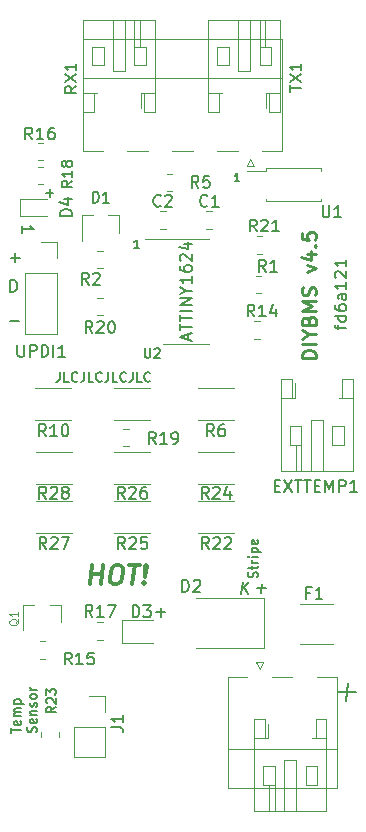
<source format=gto>
G04 #@! TF.GenerationSoftware,KiCad,Pcbnew,5.1.9+dfsg1-1+deb11u1*
G04 #@! TF.CreationDate,2023-04-19T10:21:25+00:00*
G04 #@! TF.ProjectId,ModuleV450,4d6f6475-6c65-4563-9435-302e6b696361,rev?*
G04 #@! TF.SameCoordinates,Original*
G04 #@! TF.FileFunction,Legend,Top*
G04 #@! TF.FilePolarity,Positive*
%FSLAX46Y46*%
G04 Gerber Fmt 4.6, Leading zero omitted, Abs format (unit mm)*
G04 Created by KiCad (PCBNEW 5.1.9+dfsg1-1+deb11u1) date 2023-04-19 10:21:25*
%MOMM*%
%LPD*%
G01*
G04 APERTURE LIST*
%ADD10C,0.200000*%
%ADD11C,0.150000*%
%ADD12C,0.175000*%
%ADD13C,0.300000*%
%ADD14C,0.250000*%
%ADD15C,0.120000*%
%ADD16C,0.100000*%
G04 APERTURE END LIST*
D10*
X130159088Y-101430457D02*
X131682897Y-101430457D01*
X130825754Y-102192361D02*
X131016230Y-100668552D01*
X102425695Y-67539980D02*
X102425695Y-66539980D01*
X102663790Y-66539980D01*
X102806647Y-66587600D01*
X102901885Y-66682838D01*
X102949504Y-66778076D01*
X102997123Y-66968552D01*
X102997123Y-67111409D01*
X102949504Y-67301885D01*
X102901885Y-67397123D01*
X102806647Y-67492361D01*
X102663790Y-67539980D01*
X102425695Y-67539980D01*
X102425694Y-70059028D02*
X103187599Y-70059028D01*
X102846171Y-64306647D02*
X102846171Y-65068552D01*
X102465219Y-64687600D02*
X103227123Y-64687600D01*
X123280219Y-92659028D02*
X124042123Y-92659028D01*
X123613552Y-93039980D02*
X123708790Y-92278076D01*
D11*
X123341409Y-91737719D02*
X123379504Y-91623433D01*
X123379504Y-91432957D01*
X123341409Y-91356766D01*
X123303314Y-91318671D01*
X123227123Y-91280576D01*
X123150933Y-91280576D01*
X123074742Y-91318671D01*
X123036647Y-91356766D01*
X122998552Y-91432957D01*
X122960457Y-91585338D01*
X122922361Y-91661528D01*
X122884266Y-91699623D01*
X122808076Y-91737719D01*
X122731885Y-91737719D01*
X122655695Y-91699623D01*
X122617600Y-91661528D01*
X122579504Y-91585338D01*
X122579504Y-91394861D01*
X122617600Y-91280576D01*
X122846171Y-91052004D02*
X122846171Y-90747242D01*
X122579504Y-90937719D02*
X123265219Y-90937719D01*
X123341409Y-90899623D01*
X123379504Y-90823433D01*
X123379504Y-90747242D01*
X123379504Y-90480576D02*
X122846171Y-90480576D01*
X122998552Y-90480576D02*
X122922361Y-90442480D01*
X122884266Y-90404385D01*
X122846171Y-90328195D01*
X122846171Y-90252004D01*
X123379504Y-89985338D02*
X122846171Y-89985338D01*
X122579504Y-89985338D02*
X122617600Y-90023433D01*
X122655695Y-89985338D01*
X122617600Y-89947242D01*
X122579504Y-89985338D01*
X122655695Y-89985338D01*
X122846171Y-89604385D02*
X123646171Y-89604385D01*
X122884266Y-89604385D02*
X122846171Y-89528195D01*
X122846171Y-89375814D01*
X122884266Y-89299623D01*
X122922361Y-89261528D01*
X122998552Y-89223433D01*
X123227123Y-89223433D01*
X123303314Y-89261528D01*
X123341409Y-89299623D01*
X123379504Y-89375814D01*
X123379504Y-89528195D01*
X123341409Y-89604385D01*
X123341409Y-88575814D02*
X123379504Y-88652004D01*
X123379504Y-88804385D01*
X123341409Y-88880576D01*
X123265219Y-88918671D01*
X122960457Y-88918671D01*
X122884266Y-88880576D01*
X122846171Y-88804385D01*
X122846171Y-88652004D01*
X122884266Y-88575814D01*
X122960457Y-88537719D01*
X123036647Y-88537719D01*
X123112838Y-88918671D01*
X130203314Y-70737600D02*
X130203314Y-70356647D01*
X130869980Y-70594742D02*
X130012838Y-70594742D01*
X129917600Y-70547123D01*
X129869980Y-70451885D01*
X129869980Y-70356647D01*
X130869980Y-69594742D02*
X129869980Y-69594742D01*
X130822361Y-69594742D02*
X130869980Y-69689980D01*
X130869980Y-69880457D01*
X130822361Y-69975695D01*
X130774742Y-70023314D01*
X130679504Y-70070933D01*
X130393790Y-70070933D01*
X130298552Y-70023314D01*
X130250933Y-69975695D01*
X130203314Y-69880457D01*
X130203314Y-69689980D01*
X130250933Y-69594742D01*
X129869980Y-68689980D02*
X129869980Y-68880457D01*
X129917600Y-68975695D01*
X129965219Y-69023314D01*
X130108076Y-69118552D01*
X130298552Y-69166171D01*
X130679504Y-69166171D01*
X130774742Y-69118552D01*
X130822361Y-69070933D01*
X130869980Y-68975695D01*
X130869980Y-68785219D01*
X130822361Y-68689980D01*
X130774742Y-68642361D01*
X130679504Y-68594742D01*
X130441409Y-68594742D01*
X130346171Y-68642361D01*
X130298552Y-68689980D01*
X130250933Y-68785219D01*
X130250933Y-68975695D01*
X130298552Y-69070933D01*
X130346171Y-69118552D01*
X130441409Y-69166171D01*
X130869980Y-67737600D02*
X130346171Y-67737600D01*
X130250933Y-67785219D01*
X130203314Y-67880457D01*
X130203314Y-68070933D01*
X130250933Y-68166171D01*
X130822361Y-67737600D02*
X130869980Y-67832838D01*
X130869980Y-68070933D01*
X130822361Y-68166171D01*
X130727123Y-68213790D01*
X130631885Y-68213790D01*
X130536647Y-68166171D01*
X130489028Y-68070933D01*
X130489028Y-67832838D01*
X130441409Y-67737600D01*
X130869980Y-66737600D02*
X130869980Y-67309028D01*
X130869980Y-67023314D02*
X129869980Y-67023314D01*
X130012838Y-67118552D01*
X130108076Y-67213790D01*
X130155695Y-67309028D01*
X129965219Y-66356647D02*
X129917600Y-66309028D01*
X129869980Y-66213790D01*
X129869980Y-65975695D01*
X129917600Y-65880457D01*
X129965219Y-65832838D01*
X130060457Y-65785219D01*
X130155695Y-65785219D01*
X130298552Y-65832838D01*
X130869980Y-66404266D01*
X130869980Y-65785219D01*
X130869980Y-64832838D02*
X130869980Y-65404266D01*
X130869980Y-65118552D02*
X129869980Y-65118552D01*
X130012838Y-65213790D01*
X130108076Y-65309028D01*
X130155695Y-65404266D01*
D10*
X121951647Y-93139980D02*
X122076647Y-92139980D01*
X122523076Y-93139980D02*
X122165933Y-92568552D01*
X122648076Y-92139980D02*
X122005219Y-92711409D01*
D12*
X117484266Y-71582838D02*
X117484266Y-71106647D01*
X117769980Y-71678076D02*
X116769980Y-71344742D01*
X117769980Y-71011409D01*
X116769980Y-70820933D02*
X116769980Y-70249504D01*
X117769980Y-70535219D02*
X116769980Y-70535219D01*
X116769980Y-70059028D02*
X116769980Y-69487600D01*
X117769980Y-69773314D02*
X116769980Y-69773314D01*
X117769980Y-69154266D02*
X116769980Y-69154266D01*
X117769980Y-68678076D02*
X116769980Y-68678076D01*
X117769980Y-68106647D01*
X116769980Y-68106647D01*
X117293790Y-67439980D02*
X117769980Y-67439980D01*
X116769980Y-67773314D02*
X117293790Y-67439980D01*
X116769980Y-67106647D01*
X117769980Y-66249504D02*
X117769980Y-66820933D01*
X117769980Y-66535219D02*
X116769980Y-66535219D01*
X116912838Y-66630457D01*
X117008076Y-66725695D01*
X117055695Y-66820933D01*
X116769980Y-65392361D02*
X116769980Y-65582838D01*
X116817600Y-65678076D01*
X116865219Y-65725695D01*
X117008076Y-65820933D01*
X117198552Y-65868552D01*
X117579504Y-65868552D01*
X117674742Y-65820933D01*
X117722361Y-65773314D01*
X117769980Y-65678076D01*
X117769980Y-65487600D01*
X117722361Y-65392361D01*
X117674742Y-65344742D01*
X117579504Y-65297123D01*
X117341409Y-65297123D01*
X117246171Y-65344742D01*
X117198552Y-65392361D01*
X117150933Y-65487600D01*
X117150933Y-65678076D01*
X117198552Y-65773314D01*
X117246171Y-65820933D01*
X117341409Y-65868552D01*
X116865219Y-64916171D02*
X116817600Y-64868552D01*
X116769980Y-64773314D01*
X116769980Y-64535219D01*
X116817600Y-64439980D01*
X116865219Y-64392361D01*
X116960457Y-64344742D01*
X117055695Y-64344742D01*
X117198552Y-64392361D01*
X117769980Y-64963790D01*
X117769980Y-64344742D01*
X117103314Y-63487600D02*
X117769980Y-63487600D01*
X116722361Y-63725695D02*
X117436647Y-63963790D01*
X117436647Y-63344742D01*
D11*
X106610576Y-74349504D02*
X106610576Y-74920933D01*
X106572480Y-75035219D01*
X106496290Y-75111409D01*
X106382004Y-75149504D01*
X106305814Y-75149504D01*
X107372480Y-75149504D02*
X106991528Y-75149504D01*
X106991528Y-74349504D01*
X108096290Y-75073314D02*
X108058195Y-75111409D01*
X107943909Y-75149504D01*
X107867719Y-75149504D01*
X107753433Y-75111409D01*
X107677242Y-75035219D01*
X107639147Y-74959028D01*
X107601052Y-74806647D01*
X107601052Y-74692361D01*
X107639147Y-74539980D01*
X107677242Y-74463790D01*
X107753433Y-74387600D01*
X107867719Y-74349504D01*
X107943909Y-74349504D01*
X108058195Y-74387600D01*
X108096290Y-74425695D01*
X108667719Y-74349504D02*
X108667719Y-74920933D01*
X108629623Y-75035219D01*
X108553433Y-75111409D01*
X108439147Y-75149504D01*
X108362957Y-75149504D01*
X109429623Y-75149504D02*
X109048671Y-75149504D01*
X109048671Y-74349504D01*
X110153433Y-75073314D02*
X110115338Y-75111409D01*
X110001052Y-75149504D01*
X109924861Y-75149504D01*
X109810576Y-75111409D01*
X109734385Y-75035219D01*
X109696290Y-74959028D01*
X109658195Y-74806647D01*
X109658195Y-74692361D01*
X109696290Y-74539980D01*
X109734385Y-74463790D01*
X109810576Y-74387600D01*
X109924861Y-74349504D01*
X110001052Y-74349504D01*
X110115338Y-74387600D01*
X110153433Y-74425695D01*
X110724861Y-74349504D02*
X110724861Y-74920933D01*
X110686766Y-75035219D01*
X110610576Y-75111409D01*
X110496290Y-75149504D01*
X110420100Y-75149504D01*
X111486766Y-75149504D02*
X111105814Y-75149504D01*
X111105814Y-74349504D01*
X112210576Y-75073314D02*
X112172480Y-75111409D01*
X112058195Y-75149504D01*
X111982004Y-75149504D01*
X111867719Y-75111409D01*
X111791528Y-75035219D01*
X111753433Y-74959028D01*
X111715338Y-74806647D01*
X111715338Y-74692361D01*
X111753433Y-74539980D01*
X111791528Y-74463790D01*
X111867719Y-74387600D01*
X111982004Y-74349504D01*
X112058195Y-74349504D01*
X112172480Y-74387600D01*
X112210576Y-74425695D01*
X112782004Y-74349504D02*
X112782004Y-74920933D01*
X112743909Y-75035219D01*
X112667719Y-75111409D01*
X112553433Y-75149504D01*
X112477242Y-75149504D01*
X113543909Y-75149504D02*
X113162957Y-75149504D01*
X113162957Y-74349504D01*
X114267719Y-75073314D02*
X114229623Y-75111409D01*
X114115338Y-75149504D01*
X114039147Y-75149504D01*
X113924861Y-75111409D01*
X113848671Y-75035219D01*
X113810576Y-74959028D01*
X113772480Y-74806647D01*
X113772480Y-74692361D01*
X113810576Y-74539980D01*
X113848671Y-74463790D01*
X113924861Y-74387600D01*
X114039147Y-74349504D01*
X114115338Y-74349504D01*
X114229623Y-74387600D01*
X114267719Y-74425695D01*
D10*
X115146171Y-94306647D02*
X115146171Y-95068552D01*
X114765219Y-94687600D02*
X115527123Y-94687600D01*
X105760457Y-58882838D02*
X105760457Y-59492361D01*
X105455695Y-59187600D02*
X106065219Y-59187600D01*
D11*
X102504504Y-104913909D02*
X102504504Y-104456766D01*
X103304504Y-104685338D02*
X102504504Y-104685338D01*
X103266409Y-103885338D02*
X103304504Y-103961528D01*
X103304504Y-104113909D01*
X103266409Y-104190100D01*
X103190219Y-104228195D01*
X102885457Y-104228195D01*
X102809266Y-104190100D01*
X102771171Y-104113909D01*
X102771171Y-103961528D01*
X102809266Y-103885338D01*
X102885457Y-103847242D01*
X102961647Y-103847242D01*
X103037838Y-104228195D01*
X103304504Y-103504385D02*
X102771171Y-103504385D01*
X102847361Y-103504385D02*
X102809266Y-103466290D01*
X102771171Y-103390100D01*
X102771171Y-103275814D01*
X102809266Y-103199623D01*
X102885457Y-103161528D01*
X103304504Y-103161528D01*
X102885457Y-103161528D02*
X102809266Y-103123433D01*
X102771171Y-103047242D01*
X102771171Y-102932957D01*
X102809266Y-102856766D01*
X102885457Y-102818671D01*
X103304504Y-102818671D01*
X102771171Y-102437719D02*
X103571171Y-102437719D01*
X102809266Y-102437719D02*
X102771171Y-102361528D01*
X102771171Y-102209147D01*
X102809266Y-102132957D01*
X102847361Y-102094861D01*
X102923552Y-102056766D01*
X103152123Y-102056766D01*
X103228314Y-102094861D01*
X103266409Y-102132957D01*
X103304504Y-102209147D01*
X103304504Y-102361528D01*
X103266409Y-102437719D01*
X104616409Y-104837719D02*
X104654504Y-104723433D01*
X104654504Y-104532957D01*
X104616409Y-104456766D01*
X104578314Y-104418671D01*
X104502123Y-104380576D01*
X104425933Y-104380576D01*
X104349742Y-104418671D01*
X104311647Y-104456766D01*
X104273552Y-104532957D01*
X104235457Y-104685338D01*
X104197361Y-104761528D01*
X104159266Y-104799623D01*
X104083076Y-104837719D01*
X104006885Y-104837719D01*
X103930695Y-104799623D01*
X103892600Y-104761528D01*
X103854504Y-104685338D01*
X103854504Y-104494861D01*
X103892600Y-104380576D01*
X104616409Y-103732957D02*
X104654504Y-103809147D01*
X104654504Y-103961528D01*
X104616409Y-104037719D01*
X104540219Y-104075814D01*
X104235457Y-104075814D01*
X104159266Y-104037719D01*
X104121171Y-103961528D01*
X104121171Y-103809147D01*
X104159266Y-103732957D01*
X104235457Y-103694861D01*
X104311647Y-103694861D01*
X104387838Y-104075814D01*
X104121171Y-103352004D02*
X104654504Y-103352004D01*
X104197361Y-103352004D02*
X104159266Y-103313909D01*
X104121171Y-103237719D01*
X104121171Y-103123433D01*
X104159266Y-103047242D01*
X104235457Y-103009147D01*
X104654504Y-103009147D01*
X104616409Y-102666290D02*
X104654504Y-102590100D01*
X104654504Y-102437719D01*
X104616409Y-102361528D01*
X104540219Y-102323433D01*
X104502123Y-102323433D01*
X104425933Y-102361528D01*
X104387838Y-102437719D01*
X104387838Y-102552004D01*
X104349742Y-102628195D01*
X104273552Y-102666290D01*
X104235457Y-102666290D01*
X104159266Y-102628195D01*
X104121171Y-102552004D01*
X104121171Y-102437719D01*
X104159266Y-102361528D01*
X104654504Y-101866290D02*
X104616409Y-101942480D01*
X104578314Y-101980576D01*
X104502123Y-102018671D01*
X104273552Y-102018671D01*
X104197361Y-101980576D01*
X104159266Y-101942480D01*
X104121171Y-101866290D01*
X104121171Y-101752004D01*
X104159266Y-101675814D01*
X104197361Y-101637719D01*
X104273552Y-101599623D01*
X104502123Y-101599623D01*
X104578314Y-101637719D01*
X104616409Y-101675814D01*
X104654504Y-101752004D01*
X104654504Y-101866290D01*
X104654504Y-101256766D02*
X104121171Y-101256766D01*
X104273552Y-101256766D02*
X104197361Y-101218671D01*
X104159266Y-101180576D01*
X104121171Y-101104385D01*
X104121171Y-101028195D01*
D12*
X113327600Y-63824266D02*
X112927600Y-63824266D01*
X113127600Y-63824266D02*
X113127600Y-63124266D01*
X113060933Y-63224266D01*
X112994266Y-63290933D01*
X112927600Y-63324266D01*
X121817600Y-58204266D02*
X121417600Y-58204266D01*
X121617600Y-58204266D02*
X121617600Y-57504266D01*
X121550933Y-57604266D01*
X121484266Y-57670933D01*
X121417600Y-57704266D01*
D13*
X109167034Y-92311409D02*
X109367034Y-90711409D01*
X109271796Y-91473314D02*
X110186082Y-91473314D01*
X110081320Y-92311409D02*
X110281320Y-90711409D01*
X111347986Y-90711409D02*
X111652748Y-90711409D01*
X111795605Y-90787600D01*
X111928939Y-90939980D01*
X111967034Y-91244742D01*
X111900367Y-91778076D01*
X111786082Y-92082838D01*
X111614653Y-92235219D01*
X111452748Y-92311409D01*
X111147986Y-92311409D01*
X111005129Y-92235219D01*
X110871796Y-92082838D01*
X110833701Y-91778076D01*
X110900367Y-91244742D01*
X111014653Y-90939980D01*
X111186082Y-90787600D01*
X111347986Y-90711409D01*
X112490844Y-90711409D02*
X113405129Y-90711409D01*
X112747986Y-92311409D02*
X112947986Y-90711409D01*
X113757510Y-92159028D02*
X113824177Y-92235219D01*
X113738463Y-92311409D01*
X113671796Y-92235219D01*
X113757510Y-92159028D01*
X113738463Y-92311409D01*
X113814653Y-91701885D02*
X113852748Y-90787600D01*
X113938463Y-90711409D01*
X114005129Y-90787600D01*
X113814653Y-91701885D01*
X113938463Y-90711409D01*
D10*
X103395219Y-62533314D02*
X103395219Y-61961885D01*
X103395219Y-62247600D02*
X104395219Y-62247600D01*
X104252361Y-62152361D01*
X104157123Y-62057123D01*
X104109504Y-61961885D01*
D14*
X128310457Y-73164385D02*
X127110457Y-73164385D01*
X127110457Y-72878671D01*
X127167600Y-72707242D01*
X127281885Y-72592957D01*
X127396171Y-72535814D01*
X127624742Y-72478671D01*
X127796171Y-72478671D01*
X128024742Y-72535814D01*
X128139028Y-72592957D01*
X128253314Y-72707242D01*
X128310457Y-72878671D01*
X128310457Y-73164385D01*
X128310457Y-71964385D02*
X127110457Y-71964385D01*
X127739028Y-71164385D02*
X128310457Y-71164385D01*
X127110457Y-71564385D02*
X127739028Y-71164385D01*
X127110457Y-70764385D01*
X127681885Y-69964385D02*
X127739028Y-69792957D01*
X127796171Y-69735814D01*
X127910457Y-69678671D01*
X128081885Y-69678671D01*
X128196171Y-69735814D01*
X128253314Y-69792957D01*
X128310457Y-69907242D01*
X128310457Y-70364385D01*
X127110457Y-70364385D01*
X127110457Y-69964385D01*
X127167600Y-69850100D01*
X127224742Y-69792957D01*
X127339028Y-69735814D01*
X127453314Y-69735814D01*
X127567600Y-69792957D01*
X127624742Y-69850100D01*
X127681885Y-69964385D01*
X127681885Y-70364385D01*
X128310457Y-69164385D02*
X127110457Y-69164385D01*
X127967600Y-68764385D01*
X127110457Y-68364385D01*
X128310457Y-68364385D01*
X128253314Y-67850100D02*
X128310457Y-67678671D01*
X128310457Y-67392957D01*
X128253314Y-67278671D01*
X128196171Y-67221528D01*
X128081885Y-67164385D01*
X127967600Y-67164385D01*
X127853314Y-67221528D01*
X127796171Y-67278671D01*
X127739028Y-67392957D01*
X127681885Y-67621528D01*
X127624742Y-67735814D01*
X127567600Y-67792957D01*
X127453314Y-67850100D01*
X127339028Y-67850100D01*
X127224742Y-67792957D01*
X127167600Y-67735814D01*
X127110457Y-67621528D01*
X127110457Y-67335814D01*
X127167600Y-67164385D01*
X127510457Y-65850100D02*
X128310457Y-65564385D01*
X127510457Y-65278671D01*
X127510457Y-64307242D02*
X128310457Y-64307242D01*
X127053314Y-64592957D02*
X127910457Y-64878671D01*
X127910457Y-64135814D01*
X128196171Y-63678671D02*
X128253314Y-63621528D01*
X128310457Y-63678671D01*
X128253314Y-63735814D01*
X128196171Y-63678671D01*
X128310457Y-63678671D01*
X127110457Y-62535814D02*
X127110457Y-63107242D01*
X127681885Y-63164385D01*
X127624742Y-63107242D01*
X127567600Y-62992957D01*
X127567600Y-62707242D01*
X127624742Y-62592957D01*
X127681885Y-62535814D01*
X127796171Y-62478671D01*
X128081885Y-62478671D01*
X128196171Y-62535814D01*
X128253314Y-62592957D01*
X128310457Y-62707242D01*
X128310457Y-62992957D01*
X128253314Y-63107242D01*
X128196171Y-63164385D01*
D15*
X103687600Y-65957600D02*
X106347600Y-65957600D01*
X103687600Y-65957600D02*
X103687600Y-71097600D01*
X103687600Y-71097600D02*
X106347600Y-71097600D01*
X106347600Y-65957600D02*
X106347600Y-71097600D01*
X106347600Y-63357600D02*
X106347600Y-64687600D01*
X105017600Y-63357600D02*
X106347600Y-63357600D01*
X125427600Y-55597600D02*
X125427600Y-46177600D01*
X125427600Y-46177600D02*
X108577600Y-46177600D01*
X108577600Y-46177600D02*
X108577600Y-55597600D01*
X125427600Y-55597600D02*
X123767600Y-55597600D01*
X108577600Y-55597600D02*
X110237600Y-55597600D01*
X121667600Y-55597600D02*
X119957600Y-55597600D01*
X117857600Y-55597600D02*
X116147600Y-55597600D01*
X114047600Y-55597600D02*
X112337600Y-55597600D01*
X125427600Y-49487600D02*
X108577600Y-49487600D01*
X122417600Y-56887600D02*
X122717600Y-56287600D01*
X122717600Y-56287600D02*
X123017600Y-56887600D01*
X123017600Y-56887600D02*
X122417600Y-56887600D01*
X120807600Y-100177600D02*
X120807600Y-109597600D01*
X120807600Y-109597600D02*
X130037600Y-109597600D01*
X130037600Y-109597600D02*
X130037600Y-100177600D01*
X120807600Y-100177600D02*
X122467600Y-100177600D01*
X130037600Y-100177600D02*
X128377600Y-100177600D01*
X124567600Y-100177600D02*
X126277600Y-100177600D01*
X120807600Y-106287600D02*
X130037600Y-106287600D01*
X123817600Y-98887600D02*
X123517600Y-99487600D01*
X123517600Y-99487600D02*
X123217600Y-98887600D01*
X123217600Y-98887600D02*
X123817600Y-98887600D01*
X105492600Y-59652600D02*
X103207600Y-59652600D01*
X103207600Y-59652600D02*
X103207600Y-61122600D01*
X103207600Y-61122600D02*
X105492600Y-61122600D01*
X109117600Y-101757600D02*
X110447600Y-101757600D01*
X110447600Y-101757600D02*
X110447600Y-103087600D01*
X110447600Y-104357600D02*
X110447600Y-106957600D01*
X107787600Y-106957600D02*
X110447600Y-106957600D01*
X107787600Y-104357600D02*
X107787600Y-106957600D01*
X107787600Y-104357600D02*
X110447600Y-104357600D01*
X107619664Y-81127600D02*
X104565536Y-81127600D01*
X107619664Y-83847600D02*
X104565536Y-83847600D01*
X107644664Y-85227600D02*
X104590536Y-85227600D01*
X107644664Y-87947600D02*
X104590536Y-87947600D01*
X114261330Y-81127600D02*
X111207202Y-81127600D01*
X114261330Y-83847600D02*
X111207202Y-83847600D01*
X114286330Y-85227600D02*
X111232202Y-85227600D01*
X114286330Y-87947600D02*
X111232202Y-87947600D01*
X121369664Y-81127600D02*
X118315536Y-81127600D01*
X121369664Y-83847600D02*
X118315536Y-83847600D01*
X121394664Y-85227600D02*
X118340536Y-85227600D01*
X121394664Y-87947600D02*
X118340536Y-87947600D01*
X107594664Y-75677600D02*
X104540536Y-75677600D01*
X107594664Y-78397600D02*
X104540536Y-78397600D01*
X114236330Y-75677600D02*
X111182202Y-75677600D01*
X114236330Y-78397600D02*
X111182202Y-78397600D01*
X121344664Y-75677600D02*
X118290536Y-75677600D01*
X121344664Y-78397600D02*
X118290536Y-78397600D01*
X117297600Y-71932600D02*
X119247600Y-71932600D01*
X117297600Y-71932600D02*
X115347600Y-71932600D01*
X117297600Y-63062600D02*
X119247600Y-63062600D01*
X117297600Y-63062600D02*
X113847600Y-63062600D01*
X126417600Y-59897600D02*
X128727600Y-59897600D01*
X128727600Y-59897600D02*
X128727600Y-59682600D01*
X126417600Y-59897600D02*
X124107600Y-59897600D01*
X124107600Y-59897600D02*
X124107600Y-59682600D01*
X126417600Y-57077600D02*
X128727600Y-57077600D01*
X128727600Y-57077600D02*
X128727600Y-57292600D01*
X126417600Y-57077600D02*
X124107600Y-57077600D01*
X124107600Y-57077600D02*
X124107600Y-57292600D01*
X124107600Y-57292600D02*
X122417600Y-57292600D01*
X124077600Y-50747600D02*
X124357600Y-50747600D01*
X124357600Y-50747600D02*
X124357600Y-52347600D01*
X124357600Y-52347600D02*
X125277600Y-52347600D01*
X125277600Y-52347600D02*
X125277600Y-44527600D01*
X125277600Y-44527600D02*
X119157600Y-44527600D01*
X119157600Y-44527600D02*
X119157600Y-52347600D01*
X119157600Y-52347600D02*
X120077600Y-52347600D01*
X120077600Y-52347600D02*
X120077600Y-50747600D01*
X120077600Y-50747600D02*
X120357600Y-50747600D01*
X122717600Y-44527600D02*
X122717600Y-48887600D01*
X122717600Y-48887600D02*
X121717600Y-48887600D01*
X121717600Y-48887600D02*
X121717600Y-44527600D01*
X125277600Y-50747600D02*
X124357600Y-50747600D01*
X119157600Y-50747600D02*
X120077600Y-50747600D01*
X124517600Y-48387600D02*
X124517600Y-46787600D01*
X124517600Y-46787600D02*
X123517600Y-46787600D01*
X123517600Y-46787600D02*
X123517600Y-48387600D01*
X123517600Y-48387600D02*
X124517600Y-48387600D01*
X119917600Y-48387600D02*
X119917600Y-46787600D01*
X119917600Y-46787600D02*
X120917600Y-46787600D01*
X120917600Y-46787600D02*
X120917600Y-48387600D01*
X120917600Y-48387600D02*
X119917600Y-48387600D01*
X123517600Y-46787600D02*
X123517600Y-44527600D01*
X124017600Y-46787600D02*
X124017600Y-44527600D01*
X124077600Y-50747600D02*
X124077600Y-51962600D01*
X113477600Y-50747600D02*
X113757600Y-50747600D01*
X113757600Y-50747600D02*
X113757600Y-52347600D01*
X113757600Y-52347600D02*
X114677600Y-52347600D01*
X114677600Y-52347600D02*
X114677600Y-44527600D01*
X114677600Y-44527600D02*
X108557600Y-44527600D01*
X108557600Y-44527600D02*
X108557600Y-52347600D01*
X108557600Y-52347600D02*
X109477600Y-52347600D01*
X109477600Y-52347600D02*
X109477600Y-50747600D01*
X109477600Y-50747600D02*
X109757600Y-50747600D01*
X112117600Y-44527600D02*
X112117600Y-48887600D01*
X112117600Y-48887600D02*
X111117600Y-48887600D01*
X111117600Y-48887600D02*
X111117600Y-44527600D01*
X114677600Y-50747600D02*
X113757600Y-50747600D01*
X108557600Y-50747600D02*
X109477600Y-50747600D01*
X113917600Y-48387600D02*
X113917600Y-46787600D01*
X113917600Y-46787600D02*
X112917600Y-46787600D01*
X112917600Y-46787600D02*
X112917600Y-48387600D01*
X112917600Y-48387600D02*
X113917600Y-48387600D01*
X109317600Y-48387600D02*
X109317600Y-46787600D01*
X109317600Y-46787600D02*
X110317600Y-46787600D01*
X110317600Y-46787600D02*
X110317600Y-48387600D01*
X110317600Y-48387600D02*
X109317600Y-48387600D01*
X112917600Y-46787600D02*
X112917600Y-44527600D01*
X113417600Y-46787600D02*
X113417600Y-44527600D01*
X113477600Y-50747600D02*
X113477600Y-51962600D01*
X123210536Y-66192600D02*
X123664664Y-66192600D01*
X123210536Y-67662600D02*
X123664664Y-67662600D01*
X123867600Y-97737600D02*
X123867600Y-93437600D01*
X123867600Y-93437600D02*
X118167600Y-93437600D01*
X123867600Y-97737600D02*
X118167600Y-97737600D01*
X105052600Y-105284664D02*
X105052600Y-104830536D01*
X106522600Y-105284664D02*
X106522600Y-104830536D01*
X123290536Y-62852600D02*
X123744664Y-62852600D01*
X123290536Y-64322600D02*
X123744664Y-64322600D01*
X110244664Y-69522600D02*
X109790536Y-69522600D01*
X110244664Y-68052600D02*
X109790536Y-68052600D01*
X111990536Y-79152600D02*
X112444664Y-79152600D01*
X111990536Y-80622600D02*
X112444664Y-80622600D01*
X104740536Y-56977600D02*
X105194664Y-56977600D01*
X104740536Y-58447600D02*
X105194664Y-58447600D01*
X109790536Y-95522600D02*
X110244664Y-95522600D01*
X109790536Y-96992600D02*
X110244664Y-96992600D01*
X104740536Y-54952600D02*
X105194664Y-54952600D01*
X104740536Y-56422600D02*
X105194664Y-56422600D01*
X104890536Y-97152600D02*
X105344664Y-97152600D01*
X104890536Y-98622600D02*
X105344664Y-98622600D01*
X123544664Y-71522600D02*
X123090536Y-71522600D01*
X123544664Y-70052600D02*
X123090536Y-70052600D01*
X116144664Y-59022600D02*
X115690536Y-59022600D01*
X116144664Y-57552600D02*
X115690536Y-57552600D01*
X109790536Y-64062600D02*
X110244664Y-64062600D01*
X109790536Y-65532600D02*
X110244664Y-65532600D01*
X124257600Y-105327600D02*
X123977600Y-105327600D01*
X123977600Y-105327600D02*
X123977600Y-103727600D01*
X123977600Y-103727600D02*
X123057600Y-103727600D01*
X123057600Y-103727600D02*
X123057600Y-111547600D01*
X123057600Y-111547600D02*
X129177600Y-111547600D01*
X129177600Y-111547600D02*
X129177600Y-103727600D01*
X129177600Y-103727600D02*
X128257600Y-103727600D01*
X128257600Y-103727600D02*
X128257600Y-105327600D01*
X128257600Y-105327600D02*
X127977600Y-105327600D01*
X125617600Y-111547600D02*
X125617600Y-107187600D01*
X125617600Y-107187600D02*
X126617600Y-107187600D01*
X126617600Y-107187600D02*
X126617600Y-111547600D01*
X123057600Y-105327600D02*
X123977600Y-105327600D01*
X129177600Y-105327600D02*
X128257600Y-105327600D01*
X123817600Y-107687600D02*
X123817600Y-109287600D01*
X123817600Y-109287600D02*
X124817600Y-109287600D01*
X124817600Y-109287600D02*
X124817600Y-107687600D01*
X124817600Y-107687600D02*
X123817600Y-107687600D01*
X128417600Y-107687600D02*
X128417600Y-109287600D01*
X128417600Y-109287600D02*
X127417600Y-109287600D01*
X127417600Y-109287600D02*
X127417600Y-107687600D01*
X127417600Y-107687600D02*
X128417600Y-107687600D01*
X124817600Y-109287600D02*
X124817600Y-111547600D01*
X124317600Y-109287600D02*
X124317600Y-111547600D01*
X124257600Y-105327600D02*
X124257600Y-104112600D01*
X126931348Y-93977600D02*
X129703852Y-93977600D01*
X126931348Y-97397600D02*
X129703852Y-97397600D01*
X126507600Y-76527600D02*
X126227600Y-76527600D01*
X126227600Y-76527600D02*
X126227600Y-74927600D01*
X126227600Y-74927600D02*
X125307600Y-74927600D01*
X125307600Y-74927600D02*
X125307600Y-82747600D01*
X125307600Y-82747600D02*
X131427600Y-82747600D01*
X131427600Y-82747600D02*
X131427600Y-74927600D01*
X131427600Y-74927600D02*
X130507600Y-74927600D01*
X130507600Y-74927600D02*
X130507600Y-76527600D01*
X130507600Y-76527600D02*
X130227600Y-76527600D01*
X127867600Y-82747600D02*
X127867600Y-78387600D01*
X127867600Y-78387600D02*
X128867600Y-78387600D01*
X128867600Y-78387600D02*
X128867600Y-82747600D01*
X125307600Y-76527600D02*
X126227600Y-76527600D01*
X131427600Y-76527600D02*
X130507600Y-76527600D01*
X126067600Y-78887600D02*
X126067600Y-80487600D01*
X126067600Y-80487600D02*
X127067600Y-80487600D01*
X127067600Y-80487600D02*
X127067600Y-78887600D01*
X127067600Y-78887600D02*
X126067600Y-78887600D01*
X130667600Y-78887600D02*
X130667600Y-80487600D01*
X130667600Y-80487600D02*
X129667600Y-80487600D01*
X129667600Y-80487600D02*
X129667600Y-78887600D01*
X129667600Y-78887600D02*
X130667600Y-78887600D01*
X127067600Y-80487600D02*
X127067600Y-82747600D01*
X126567600Y-80487600D02*
X126567600Y-82747600D01*
X126507600Y-76527600D02*
X126507600Y-75312600D01*
X114517600Y-95342600D02*
X111832600Y-95342600D01*
X111832600Y-95342600D02*
X111832600Y-97262600D01*
X111832600Y-97262600D02*
X114517600Y-97262600D01*
X111637600Y-61087600D02*
X110707600Y-61087600D01*
X108477600Y-61087600D02*
X109407600Y-61087600D01*
X108477600Y-61087600D02*
X108477600Y-63247600D01*
X111637600Y-61087600D02*
X111637600Y-62547600D01*
X115076348Y-60732600D02*
X115598852Y-60732600D01*
X115076348Y-62202600D02*
X115598852Y-62202600D01*
X118996348Y-60742600D02*
X119518852Y-60742600D01*
X118996348Y-62212600D02*
X119518852Y-62212600D01*
X106672600Y-94027600D02*
X106672600Y-95487600D01*
X103512600Y-94027600D02*
X103512600Y-96187600D01*
X103512600Y-94027600D02*
X104442600Y-94027600D01*
X106672600Y-94027600D02*
X105742600Y-94027600D01*
D11*
X103017600Y-72039980D02*
X103017600Y-72849504D01*
X103065219Y-72944742D01*
X103112838Y-72992361D01*
X103208076Y-73039980D01*
X103398552Y-73039980D01*
X103493790Y-72992361D01*
X103541409Y-72944742D01*
X103589028Y-72849504D01*
X103589028Y-72039980D01*
X104065219Y-73039980D02*
X104065219Y-72039980D01*
X104446171Y-72039980D01*
X104541409Y-72087600D01*
X104589028Y-72135219D01*
X104636647Y-72230457D01*
X104636647Y-72373314D01*
X104589028Y-72468552D01*
X104541409Y-72516171D01*
X104446171Y-72563790D01*
X104065219Y-72563790D01*
X105065219Y-73039980D02*
X105065219Y-72039980D01*
X105303314Y-72039980D01*
X105446171Y-72087600D01*
X105541409Y-72182838D01*
X105589028Y-72278076D01*
X105636647Y-72468552D01*
X105636647Y-72611409D01*
X105589028Y-72801885D01*
X105541409Y-72897123D01*
X105446171Y-72992361D01*
X105303314Y-73039980D01*
X105065219Y-73039980D01*
X106065219Y-73039980D02*
X106065219Y-72039980D01*
X107065219Y-73039980D02*
X106493790Y-73039980D01*
X106779504Y-73039980D02*
X106779504Y-72039980D01*
X106684266Y-72182838D01*
X106589028Y-72278076D01*
X106493790Y-72325695D01*
X107619980Y-61125695D02*
X106619980Y-61125695D01*
X106619980Y-60887600D01*
X106667600Y-60744742D01*
X106762838Y-60649504D01*
X106858076Y-60601885D01*
X107048552Y-60554266D01*
X107191409Y-60554266D01*
X107381885Y-60601885D01*
X107477123Y-60649504D01*
X107572361Y-60744742D01*
X107619980Y-60887600D01*
X107619980Y-61125695D01*
X106953314Y-59697123D02*
X107619980Y-59697123D01*
X106572361Y-59935219D02*
X107286647Y-60173314D01*
X107286647Y-59554266D01*
X110969980Y-104420933D02*
X111684266Y-104420933D01*
X111827123Y-104468552D01*
X111922361Y-104563790D01*
X111969980Y-104706647D01*
X111969980Y-104801885D01*
X111969980Y-103420933D02*
X111969980Y-103992361D01*
X111969980Y-103706647D02*
X110969980Y-103706647D01*
X111112838Y-103801885D01*
X111208076Y-103897123D01*
X111255695Y-103992361D01*
X105449742Y-85069980D02*
X105116409Y-84593790D01*
X104878314Y-85069980D02*
X104878314Y-84069980D01*
X105259266Y-84069980D01*
X105354504Y-84117600D01*
X105402123Y-84165219D01*
X105449742Y-84260457D01*
X105449742Y-84403314D01*
X105402123Y-84498552D01*
X105354504Y-84546171D01*
X105259266Y-84593790D01*
X104878314Y-84593790D01*
X105830695Y-84165219D02*
X105878314Y-84117600D01*
X105973552Y-84069980D01*
X106211647Y-84069980D01*
X106306885Y-84117600D01*
X106354504Y-84165219D01*
X106402123Y-84260457D01*
X106402123Y-84355695D01*
X106354504Y-84498552D01*
X105783076Y-85069980D01*
X106402123Y-85069980D01*
X106973552Y-84498552D02*
X106878314Y-84450933D01*
X106830695Y-84403314D01*
X106783076Y-84308076D01*
X106783076Y-84260457D01*
X106830695Y-84165219D01*
X106878314Y-84117600D01*
X106973552Y-84069980D01*
X107164028Y-84069980D01*
X107259266Y-84117600D01*
X107306885Y-84165219D01*
X107354504Y-84260457D01*
X107354504Y-84308076D01*
X107306885Y-84403314D01*
X107259266Y-84450933D01*
X107164028Y-84498552D01*
X106973552Y-84498552D01*
X106878314Y-84546171D01*
X106830695Y-84593790D01*
X106783076Y-84689028D01*
X106783076Y-84879504D01*
X106830695Y-84974742D01*
X106878314Y-85022361D01*
X106973552Y-85069980D01*
X107164028Y-85069980D01*
X107259266Y-85022361D01*
X107306885Y-84974742D01*
X107354504Y-84879504D01*
X107354504Y-84689028D01*
X107306885Y-84593790D01*
X107259266Y-84546171D01*
X107164028Y-84498552D01*
X105474742Y-89319980D02*
X105141409Y-88843790D01*
X104903314Y-89319980D02*
X104903314Y-88319980D01*
X105284266Y-88319980D01*
X105379504Y-88367600D01*
X105427123Y-88415219D01*
X105474742Y-88510457D01*
X105474742Y-88653314D01*
X105427123Y-88748552D01*
X105379504Y-88796171D01*
X105284266Y-88843790D01*
X104903314Y-88843790D01*
X105855695Y-88415219D02*
X105903314Y-88367600D01*
X105998552Y-88319980D01*
X106236647Y-88319980D01*
X106331885Y-88367600D01*
X106379504Y-88415219D01*
X106427123Y-88510457D01*
X106427123Y-88605695D01*
X106379504Y-88748552D01*
X105808076Y-89319980D01*
X106427123Y-89319980D01*
X106760457Y-88319980D02*
X107427123Y-88319980D01*
X106998552Y-89319980D01*
X112091408Y-85069980D02*
X111758075Y-84593790D01*
X111519980Y-85069980D02*
X111519980Y-84069980D01*
X111900932Y-84069980D01*
X111996170Y-84117600D01*
X112043789Y-84165219D01*
X112091408Y-84260457D01*
X112091408Y-84403314D01*
X112043789Y-84498552D01*
X111996170Y-84546171D01*
X111900932Y-84593790D01*
X111519980Y-84593790D01*
X112472361Y-84165219D02*
X112519980Y-84117600D01*
X112615218Y-84069980D01*
X112853313Y-84069980D01*
X112948551Y-84117600D01*
X112996170Y-84165219D01*
X113043789Y-84260457D01*
X113043789Y-84355695D01*
X112996170Y-84498552D01*
X112424742Y-85069980D01*
X113043789Y-85069980D01*
X113900932Y-84069980D02*
X113710456Y-84069980D01*
X113615218Y-84117600D01*
X113567599Y-84165219D01*
X113472361Y-84308076D01*
X113424742Y-84498552D01*
X113424742Y-84879504D01*
X113472361Y-84974742D01*
X113519980Y-85022361D01*
X113615218Y-85069980D01*
X113805694Y-85069980D01*
X113900932Y-85022361D01*
X113948551Y-84974742D01*
X113996170Y-84879504D01*
X113996170Y-84641409D01*
X113948551Y-84546171D01*
X113900932Y-84498552D01*
X113805694Y-84450933D01*
X113615218Y-84450933D01*
X113519980Y-84498552D01*
X113472361Y-84546171D01*
X113424742Y-84641409D01*
X112116408Y-89319980D02*
X111783075Y-88843790D01*
X111544980Y-89319980D02*
X111544980Y-88319980D01*
X111925932Y-88319980D01*
X112021170Y-88367600D01*
X112068789Y-88415219D01*
X112116408Y-88510457D01*
X112116408Y-88653314D01*
X112068789Y-88748552D01*
X112021170Y-88796171D01*
X111925932Y-88843790D01*
X111544980Y-88843790D01*
X112497361Y-88415219D02*
X112544980Y-88367600D01*
X112640218Y-88319980D01*
X112878313Y-88319980D01*
X112973551Y-88367600D01*
X113021170Y-88415219D01*
X113068789Y-88510457D01*
X113068789Y-88605695D01*
X113021170Y-88748552D01*
X112449742Y-89319980D01*
X113068789Y-89319980D01*
X113973551Y-88319980D02*
X113497361Y-88319980D01*
X113449742Y-88796171D01*
X113497361Y-88748552D01*
X113592599Y-88700933D01*
X113830694Y-88700933D01*
X113925932Y-88748552D01*
X113973551Y-88796171D01*
X114021170Y-88891409D01*
X114021170Y-89129504D01*
X113973551Y-89224742D01*
X113925932Y-89272361D01*
X113830694Y-89319980D01*
X113592599Y-89319980D01*
X113497361Y-89272361D01*
X113449742Y-89224742D01*
X119199742Y-85069980D02*
X118866409Y-84593790D01*
X118628314Y-85069980D02*
X118628314Y-84069980D01*
X119009266Y-84069980D01*
X119104504Y-84117600D01*
X119152123Y-84165219D01*
X119199742Y-84260457D01*
X119199742Y-84403314D01*
X119152123Y-84498552D01*
X119104504Y-84546171D01*
X119009266Y-84593790D01*
X118628314Y-84593790D01*
X119580695Y-84165219D02*
X119628314Y-84117600D01*
X119723552Y-84069980D01*
X119961647Y-84069980D01*
X120056885Y-84117600D01*
X120104504Y-84165219D01*
X120152123Y-84260457D01*
X120152123Y-84355695D01*
X120104504Y-84498552D01*
X119533076Y-85069980D01*
X120152123Y-85069980D01*
X121009266Y-84403314D02*
X121009266Y-85069980D01*
X120771171Y-84022361D02*
X120533076Y-84736647D01*
X121152123Y-84736647D01*
X119224742Y-89319980D02*
X118891409Y-88843790D01*
X118653314Y-89319980D02*
X118653314Y-88319980D01*
X119034266Y-88319980D01*
X119129504Y-88367600D01*
X119177123Y-88415219D01*
X119224742Y-88510457D01*
X119224742Y-88653314D01*
X119177123Y-88748552D01*
X119129504Y-88796171D01*
X119034266Y-88843790D01*
X118653314Y-88843790D01*
X119605695Y-88415219D02*
X119653314Y-88367600D01*
X119748552Y-88319980D01*
X119986647Y-88319980D01*
X120081885Y-88367600D01*
X120129504Y-88415219D01*
X120177123Y-88510457D01*
X120177123Y-88605695D01*
X120129504Y-88748552D01*
X119558076Y-89319980D01*
X120177123Y-89319980D01*
X120558076Y-88415219D02*
X120605695Y-88367600D01*
X120700933Y-88319980D01*
X120939028Y-88319980D01*
X121034266Y-88367600D01*
X121081885Y-88415219D01*
X121129504Y-88510457D01*
X121129504Y-88605695D01*
X121081885Y-88748552D01*
X120510457Y-89319980D01*
X121129504Y-89319980D01*
X105424742Y-79769980D02*
X105091409Y-79293790D01*
X104853314Y-79769980D02*
X104853314Y-78769980D01*
X105234266Y-78769980D01*
X105329504Y-78817600D01*
X105377123Y-78865219D01*
X105424742Y-78960457D01*
X105424742Y-79103314D01*
X105377123Y-79198552D01*
X105329504Y-79246171D01*
X105234266Y-79293790D01*
X104853314Y-79293790D01*
X106377123Y-79769980D02*
X105805695Y-79769980D01*
X106091409Y-79769980D02*
X106091409Y-78769980D01*
X105996171Y-78912838D01*
X105900933Y-79008076D01*
X105805695Y-79055695D01*
X106996171Y-78769980D02*
X107091409Y-78769980D01*
X107186647Y-78817600D01*
X107234266Y-78865219D01*
X107281885Y-78960457D01*
X107329504Y-79150933D01*
X107329504Y-79389028D01*
X107281885Y-79579504D01*
X107234266Y-79674742D01*
X107186647Y-79722361D01*
X107091409Y-79769980D01*
X106996171Y-79769980D01*
X106900933Y-79722361D01*
X106853314Y-79674742D01*
X106805695Y-79579504D01*
X106758076Y-79389028D01*
X106758076Y-79150933D01*
X106805695Y-78960457D01*
X106853314Y-78865219D01*
X106900933Y-78817600D01*
X106996171Y-78769980D01*
X119650933Y-79769980D02*
X119317600Y-79293790D01*
X119079504Y-79769980D02*
X119079504Y-78769980D01*
X119460457Y-78769980D01*
X119555695Y-78817600D01*
X119603314Y-78865219D01*
X119650933Y-78960457D01*
X119650933Y-79103314D01*
X119603314Y-79198552D01*
X119555695Y-79246171D01*
X119460457Y-79293790D01*
X119079504Y-79293790D01*
X120508076Y-78769980D02*
X120317600Y-78769980D01*
X120222361Y-78817600D01*
X120174742Y-78865219D01*
X120079504Y-79008076D01*
X120031885Y-79198552D01*
X120031885Y-79579504D01*
X120079504Y-79674742D01*
X120127123Y-79722361D01*
X120222361Y-79769980D01*
X120412838Y-79769980D01*
X120508076Y-79722361D01*
X120555695Y-79674742D01*
X120603314Y-79579504D01*
X120603314Y-79341409D01*
X120555695Y-79246171D01*
X120508076Y-79198552D01*
X120412838Y-79150933D01*
X120222361Y-79150933D01*
X120127123Y-79198552D01*
X120079504Y-79246171D01*
X120031885Y-79341409D01*
X113808076Y-72349504D02*
X113808076Y-72997123D01*
X113846171Y-73073314D01*
X113884266Y-73111409D01*
X113960457Y-73149504D01*
X114112838Y-73149504D01*
X114189028Y-73111409D01*
X114227123Y-73073314D01*
X114265219Y-72997123D01*
X114265219Y-72349504D01*
X114608076Y-72425695D02*
X114646171Y-72387600D01*
X114722361Y-72349504D01*
X114912838Y-72349504D01*
X114989028Y-72387600D01*
X115027123Y-72425695D01*
X115065219Y-72501885D01*
X115065219Y-72578076D01*
X115027123Y-72692361D01*
X114569980Y-73149504D01*
X115065219Y-73149504D01*
X128855695Y-60239980D02*
X128855695Y-61049504D01*
X128903314Y-61144742D01*
X128950933Y-61192361D01*
X129046171Y-61239980D01*
X129236647Y-61239980D01*
X129331885Y-61192361D01*
X129379504Y-61144742D01*
X129427123Y-61049504D01*
X129427123Y-60239980D01*
X130427123Y-61239980D02*
X129855695Y-61239980D01*
X130141409Y-61239980D02*
X130141409Y-60239980D01*
X130046171Y-60382838D01*
X129950933Y-60478076D01*
X129855695Y-60525695D01*
X126069980Y-50606648D02*
X126069980Y-50035219D01*
X127069980Y-50320933D02*
X126069980Y-50320933D01*
X126069980Y-49797124D02*
X127069980Y-49130457D01*
X126069980Y-49130457D02*
X127069980Y-49797124D01*
X127069980Y-48225695D02*
X127069980Y-48797124D01*
X127069980Y-48511410D02*
X126069980Y-48511410D01*
X126212838Y-48606648D01*
X126308076Y-48701886D01*
X126355695Y-48797124D01*
X108019980Y-50130457D02*
X107543790Y-50463790D01*
X108019980Y-50701885D02*
X107019980Y-50701885D01*
X107019980Y-50320933D01*
X107067600Y-50225695D01*
X107115219Y-50178076D01*
X107210457Y-50130457D01*
X107353314Y-50130457D01*
X107448552Y-50178076D01*
X107496171Y-50225695D01*
X107543790Y-50320933D01*
X107543790Y-50701885D01*
X107019980Y-49797123D02*
X108019980Y-49130457D01*
X107019980Y-49130457D02*
X108019980Y-49797123D01*
X108019980Y-48225695D02*
X108019980Y-48797123D01*
X108019980Y-48511409D02*
X107019980Y-48511409D01*
X107162838Y-48606647D01*
X107258076Y-48701885D01*
X107305695Y-48797123D01*
X124050933Y-65839980D02*
X123717600Y-65363790D01*
X123479504Y-65839980D02*
X123479504Y-64839980D01*
X123860457Y-64839980D01*
X123955695Y-64887600D01*
X124003314Y-64935219D01*
X124050933Y-65030457D01*
X124050933Y-65173314D01*
X124003314Y-65268552D01*
X123955695Y-65316171D01*
X123860457Y-65363790D01*
X123479504Y-65363790D01*
X125003314Y-65839980D02*
X124431885Y-65839980D01*
X124717600Y-65839980D02*
X124717600Y-64839980D01*
X124622361Y-64982838D01*
X124527123Y-65078076D01*
X124431885Y-65125695D01*
X116979504Y-92939980D02*
X116979504Y-91939980D01*
X117217600Y-91939980D01*
X117360457Y-91987600D01*
X117455695Y-92082838D01*
X117503314Y-92178076D01*
X117550933Y-92368552D01*
X117550933Y-92511409D01*
X117503314Y-92701885D01*
X117455695Y-92797123D01*
X117360457Y-92892361D01*
X117217600Y-92939980D01*
X116979504Y-92939980D01*
X117931885Y-92035219D02*
X117979504Y-91987600D01*
X118074742Y-91939980D01*
X118312838Y-91939980D01*
X118408076Y-91987600D01*
X118455695Y-92035219D01*
X118503314Y-92130457D01*
X118503314Y-92225695D01*
X118455695Y-92368552D01*
X117884266Y-92939980D01*
X118503314Y-92939980D01*
X106279504Y-102701885D02*
X105898552Y-102968552D01*
X106279504Y-103159028D02*
X105479504Y-103159028D01*
X105479504Y-102854266D01*
X105517600Y-102778076D01*
X105555695Y-102739980D01*
X105631885Y-102701885D01*
X105746171Y-102701885D01*
X105822361Y-102739980D01*
X105860457Y-102778076D01*
X105898552Y-102854266D01*
X105898552Y-103159028D01*
X105555695Y-102397123D02*
X105517600Y-102359028D01*
X105479504Y-102282838D01*
X105479504Y-102092361D01*
X105517600Y-102016171D01*
X105555695Y-101978076D01*
X105631885Y-101939980D01*
X105708076Y-101939980D01*
X105822361Y-101978076D01*
X106279504Y-102435219D01*
X106279504Y-101939980D01*
X105479504Y-101673314D02*
X105479504Y-101178076D01*
X105784266Y-101444742D01*
X105784266Y-101330457D01*
X105822361Y-101254266D01*
X105860457Y-101216171D01*
X105936647Y-101178076D01*
X106127123Y-101178076D01*
X106203314Y-101216171D01*
X106241409Y-101254266D01*
X106279504Y-101330457D01*
X106279504Y-101559028D01*
X106241409Y-101635219D01*
X106203314Y-101673314D01*
X123274742Y-62439980D02*
X122941409Y-61963790D01*
X122703314Y-62439980D02*
X122703314Y-61439980D01*
X123084266Y-61439980D01*
X123179504Y-61487600D01*
X123227123Y-61535219D01*
X123274742Y-61630457D01*
X123274742Y-61773314D01*
X123227123Y-61868552D01*
X123179504Y-61916171D01*
X123084266Y-61963790D01*
X122703314Y-61963790D01*
X123655695Y-61535219D02*
X123703314Y-61487600D01*
X123798552Y-61439980D01*
X124036647Y-61439980D01*
X124131885Y-61487600D01*
X124179504Y-61535219D01*
X124227123Y-61630457D01*
X124227123Y-61725695D01*
X124179504Y-61868552D01*
X123608076Y-62439980D01*
X124227123Y-62439980D01*
X125179504Y-62439980D02*
X124608076Y-62439980D01*
X124893790Y-62439980D02*
X124893790Y-61439980D01*
X124798552Y-61582838D01*
X124703314Y-61678076D01*
X124608076Y-61725695D01*
X109374742Y-71039980D02*
X109041409Y-70563790D01*
X108803314Y-71039980D02*
X108803314Y-70039980D01*
X109184266Y-70039980D01*
X109279504Y-70087600D01*
X109327123Y-70135219D01*
X109374742Y-70230457D01*
X109374742Y-70373314D01*
X109327123Y-70468552D01*
X109279504Y-70516171D01*
X109184266Y-70563790D01*
X108803314Y-70563790D01*
X109755695Y-70135219D02*
X109803314Y-70087600D01*
X109898552Y-70039980D01*
X110136647Y-70039980D01*
X110231885Y-70087600D01*
X110279504Y-70135219D01*
X110327123Y-70230457D01*
X110327123Y-70325695D01*
X110279504Y-70468552D01*
X109708076Y-71039980D01*
X110327123Y-71039980D01*
X110946171Y-70039980D02*
X111041409Y-70039980D01*
X111136647Y-70087600D01*
X111184266Y-70135219D01*
X111231885Y-70230457D01*
X111279504Y-70420933D01*
X111279504Y-70659028D01*
X111231885Y-70849504D01*
X111184266Y-70944742D01*
X111136647Y-70992361D01*
X111041409Y-71039980D01*
X110946171Y-71039980D01*
X110850933Y-70992361D01*
X110803314Y-70944742D01*
X110755695Y-70849504D01*
X110708076Y-70659028D01*
X110708076Y-70420933D01*
X110755695Y-70230457D01*
X110803314Y-70135219D01*
X110850933Y-70087600D01*
X110946171Y-70039980D01*
X114724742Y-80414980D02*
X114391409Y-79938790D01*
X114153314Y-80414980D02*
X114153314Y-79414980D01*
X114534266Y-79414980D01*
X114629504Y-79462600D01*
X114677123Y-79510219D01*
X114724742Y-79605457D01*
X114724742Y-79748314D01*
X114677123Y-79843552D01*
X114629504Y-79891171D01*
X114534266Y-79938790D01*
X114153314Y-79938790D01*
X115677123Y-80414980D02*
X115105695Y-80414980D01*
X115391409Y-80414980D02*
X115391409Y-79414980D01*
X115296171Y-79557838D01*
X115200933Y-79653076D01*
X115105695Y-79700695D01*
X116153314Y-80414980D02*
X116343790Y-80414980D01*
X116439028Y-80367361D01*
X116486647Y-80319742D01*
X116581885Y-80176885D01*
X116629504Y-79986409D01*
X116629504Y-79605457D01*
X116581885Y-79510219D01*
X116534266Y-79462600D01*
X116439028Y-79414980D01*
X116248552Y-79414980D01*
X116153314Y-79462600D01*
X116105695Y-79510219D01*
X116058076Y-79605457D01*
X116058076Y-79843552D01*
X116105695Y-79938790D01*
X116153314Y-79986409D01*
X116248552Y-80034028D01*
X116439028Y-80034028D01*
X116534266Y-79986409D01*
X116581885Y-79938790D01*
X116629504Y-79843552D01*
X107674742Y-58166171D02*
X107246171Y-58466171D01*
X107674742Y-58680457D02*
X106774742Y-58680457D01*
X106774742Y-58337600D01*
X106817600Y-58251885D01*
X106860457Y-58209028D01*
X106946171Y-58166171D01*
X107074742Y-58166171D01*
X107160457Y-58209028D01*
X107203314Y-58251885D01*
X107246171Y-58337600D01*
X107246171Y-58680457D01*
X107674742Y-57309028D02*
X107674742Y-57823314D01*
X107674742Y-57566171D02*
X106774742Y-57566171D01*
X106903314Y-57651885D01*
X106989028Y-57737600D01*
X107031885Y-57823314D01*
X107160457Y-56794742D02*
X107117600Y-56880457D01*
X107074742Y-56923314D01*
X106989028Y-56966171D01*
X106946171Y-56966171D01*
X106860457Y-56923314D01*
X106817600Y-56880457D01*
X106774742Y-56794742D01*
X106774742Y-56623314D01*
X106817600Y-56537600D01*
X106860457Y-56494742D01*
X106946171Y-56451885D01*
X106989028Y-56451885D01*
X107074742Y-56494742D01*
X107117600Y-56537600D01*
X107160457Y-56623314D01*
X107160457Y-56794742D01*
X107203314Y-56880457D01*
X107246171Y-56923314D01*
X107331885Y-56966171D01*
X107503314Y-56966171D01*
X107589028Y-56923314D01*
X107631885Y-56880457D01*
X107674742Y-56794742D01*
X107674742Y-56623314D01*
X107631885Y-56537600D01*
X107589028Y-56494742D01*
X107503314Y-56451885D01*
X107331885Y-56451885D01*
X107246171Y-56494742D01*
X107203314Y-56537600D01*
X107160457Y-56623314D01*
X109374742Y-95059980D02*
X109041409Y-94583790D01*
X108803314Y-95059980D02*
X108803314Y-94059980D01*
X109184266Y-94059980D01*
X109279504Y-94107600D01*
X109327123Y-94155219D01*
X109374742Y-94250457D01*
X109374742Y-94393314D01*
X109327123Y-94488552D01*
X109279504Y-94536171D01*
X109184266Y-94583790D01*
X108803314Y-94583790D01*
X110327123Y-95059980D02*
X109755695Y-95059980D01*
X110041409Y-95059980D02*
X110041409Y-94059980D01*
X109946171Y-94202838D01*
X109850933Y-94298076D01*
X109755695Y-94345695D01*
X110660457Y-94059980D02*
X111327123Y-94059980D01*
X110898552Y-95059980D01*
X104274742Y-54639980D02*
X103941409Y-54163790D01*
X103703314Y-54639980D02*
X103703314Y-53639980D01*
X104084266Y-53639980D01*
X104179504Y-53687600D01*
X104227123Y-53735219D01*
X104274742Y-53830457D01*
X104274742Y-53973314D01*
X104227123Y-54068552D01*
X104179504Y-54116171D01*
X104084266Y-54163790D01*
X103703314Y-54163790D01*
X105227123Y-54639980D02*
X104655695Y-54639980D01*
X104941409Y-54639980D02*
X104941409Y-53639980D01*
X104846171Y-53782838D01*
X104750933Y-53878076D01*
X104655695Y-53925695D01*
X106084266Y-53639980D02*
X105893790Y-53639980D01*
X105798552Y-53687600D01*
X105750933Y-53735219D01*
X105655695Y-53878076D01*
X105608076Y-54068552D01*
X105608076Y-54449504D01*
X105655695Y-54544742D01*
X105703314Y-54592361D01*
X105798552Y-54639980D01*
X105989028Y-54639980D01*
X106084266Y-54592361D01*
X106131885Y-54544742D01*
X106179504Y-54449504D01*
X106179504Y-54211409D01*
X106131885Y-54116171D01*
X106084266Y-54068552D01*
X105989028Y-54020933D01*
X105798552Y-54020933D01*
X105703314Y-54068552D01*
X105655695Y-54116171D01*
X105608076Y-54211409D01*
X107604742Y-99099980D02*
X107271409Y-98623790D01*
X107033314Y-99099980D02*
X107033314Y-98099980D01*
X107414266Y-98099980D01*
X107509504Y-98147600D01*
X107557123Y-98195219D01*
X107604742Y-98290457D01*
X107604742Y-98433314D01*
X107557123Y-98528552D01*
X107509504Y-98576171D01*
X107414266Y-98623790D01*
X107033314Y-98623790D01*
X108557123Y-99099980D02*
X107985695Y-99099980D01*
X108271409Y-99099980D02*
X108271409Y-98099980D01*
X108176171Y-98242838D01*
X108080933Y-98338076D01*
X107985695Y-98385695D01*
X109461885Y-98099980D02*
X108985695Y-98099980D01*
X108938076Y-98576171D01*
X108985695Y-98528552D01*
X109080933Y-98480933D01*
X109319028Y-98480933D01*
X109414266Y-98528552D01*
X109461885Y-98576171D01*
X109509504Y-98671409D01*
X109509504Y-98909504D01*
X109461885Y-99004742D01*
X109414266Y-99052361D01*
X109319028Y-99099980D01*
X109080933Y-99099980D01*
X108985695Y-99052361D01*
X108938076Y-99004742D01*
X123074742Y-69639980D02*
X122741409Y-69163790D01*
X122503314Y-69639980D02*
X122503314Y-68639980D01*
X122884266Y-68639980D01*
X122979504Y-68687600D01*
X123027123Y-68735219D01*
X123074742Y-68830457D01*
X123074742Y-68973314D01*
X123027123Y-69068552D01*
X122979504Y-69116171D01*
X122884266Y-69163790D01*
X122503314Y-69163790D01*
X124027123Y-69639980D02*
X123455695Y-69639980D01*
X123741409Y-69639980D02*
X123741409Y-68639980D01*
X123646171Y-68782838D01*
X123550933Y-68878076D01*
X123455695Y-68925695D01*
X124884266Y-68973314D02*
X124884266Y-69639980D01*
X124646171Y-68592361D02*
X124408076Y-69306647D01*
X125027123Y-69306647D01*
X118350933Y-58739980D02*
X118017600Y-58263790D01*
X117779504Y-58739980D02*
X117779504Y-57739980D01*
X118160457Y-57739980D01*
X118255695Y-57787600D01*
X118303314Y-57835219D01*
X118350933Y-57930457D01*
X118350933Y-58073314D01*
X118303314Y-58168552D01*
X118255695Y-58216171D01*
X118160457Y-58263790D01*
X117779504Y-58263790D01*
X119255695Y-57739980D02*
X118779504Y-57739980D01*
X118731885Y-58216171D01*
X118779504Y-58168552D01*
X118874742Y-58120933D01*
X119112838Y-58120933D01*
X119208076Y-58168552D01*
X119255695Y-58216171D01*
X119303314Y-58311409D01*
X119303314Y-58549504D01*
X119255695Y-58644742D01*
X119208076Y-58692361D01*
X119112838Y-58739980D01*
X118874742Y-58739980D01*
X118779504Y-58692361D01*
X118731885Y-58644742D01*
X109050933Y-66939980D02*
X108717600Y-66463790D01*
X108479504Y-66939980D02*
X108479504Y-65939980D01*
X108860457Y-65939980D01*
X108955695Y-65987600D01*
X109003314Y-66035219D01*
X109050933Y-66130457D01*
X109050933Y-66273314D01*
X109003314Y-66368552D01*
X108955695Y-66416171D01*
X108860457Y-66463790D01*
X108479504Y-66463790D01*
X109431885Y-66035219D02*
X109479504Y-65987600D01*
X109574742Y-65939980D01*
X109812838Y-65939980D01*
X109908076Y-65987600D01*
X109955695Y-66035219D01*
X110003314Y-66130457D01*
X110003314Y-66225695D01*
X109955695Y-66368552D01*
X109384266Y-66939980D01*
X110003314Y-66939980D01*
X127784266Y-93016171D02*
X127450933Y-93016171D01*
X127450933Y-93539980D02*
X127450933Y-92539980D01*
X127927123Y-92539980D01*
X128831885Y-93539980D02*
X128260457Y-93539980D01*
X128546171Y-93539980D02*
X128546171Y-92539980D01*
X128450933Y-92682838D01*
X128355695Y-92778076D01*
X128260457Y-92825695D01*
X124815219Y-83966171D02*
X125148552Y-83966171D01*
X125291409Y-84489980D02*
X124815219Y-84489980D01*
X124815219Y-83489980D01*
X125291409Y-83489980D01*
X125624742Y-83489980D02*
X126291409Y-84489980D01*
X126291409Y-83489980D02*
X125624742Y-84489980D01*
X126529504Y-83489980D02*
X127100933Y-83489980D01*
X126815219Y-84489980D02*
X126815219Y-83489980D01*
X127291409Y-83489980D02*
X127862838Y-83489980D01*
X127577123Y-84489980D02*
X127577123Y-83489980D01*
X128196171Y-83966171D02*
X128529504Y-83966171D01*
X128672361Y-84489980D02*
X128196171Y-84489980D01*
X128196171Y-83489980D01*
X128672361Y-83489980D01*
X129100933Y-84489980D02*
X129100933Y-83489980D01*
X129434266Y-84204266D01*
X129767600Y-83489980D01*
X129767600Y-84489980D01*
X130243790Y-84489980D02*
X130243790Y-83489980D01*
X130624742Y-83489980D01*
X130719980Y-83537600D01*
X130767600Y-83585219D01*
X130815219Y-83680457D01*
X130815219Y-83823314D01*
X130767600Y-83918552D01*
X130719980Y-83966171D01*
X130624742Y-84013790D01*
X130243790Y-84013790D01*
X131767600Y-84489980D02*
X131196171Y-84489980D01*
X131481885Y-84489980D02*
X131481885Y-83489980D01*
X131386647Y-83632838D01*
X131291409Y-83728076D01*
X131196171Y-83775695D01*
X112779504Y-95104980D02*
X112779504Y-94104980D01*
X113017600Y-94104980D01*
X113160457Y-94152600D01*
X113255695Y-94247838D01*
X113303314Y-94343076D01*
X113350933Y-94533552D01*
X113350933Y-94676409D01*
X113303314Y-94866885D01*
X113255695Y-94962123D01*
X113160457Y-95057361D01*
X113017600Y-95104980D01*
X112779504Y-95104980D01*
X113684266Y-94104980D02*
X114303314Y-94104980D01*
X113969980Y-94485933D01*
X114112838Y-94485933D01*
X114208076Y-94533552D01*
X114255695Y-94581171D01*
X114303314Y-94676409D01*
X114303314Y-94914504D01*
X114255695Y-95009742D01*
X114208076Y-95057361D01*
X114112838Y-95104980D01*
X113827123Y-95104980D01*
X113731885Y-95057361D01*
X113684266Y-95009742D01*
X109403314Y-59994742D02*
X109403314Y-59094742D01*
X109617600Y-59094742D01*
X109746171Y-59137600D01*
X109831885Y-59223314D01*
X109874742Y-59309028D01*
X109917600Y-59480457D01*
X109917600Y-59609028D01*
X109874742Y-59780457D01*
X109831885Y-59866171D01*
X109746171Y-59951885D01*
X109617600Y-59994742D01*
X109403314Y-59994742D01*
X110774742Y-59994742D02*
X110260457Y-59994742D01*
X110517600Y-59994742D02*
X110517600Y-59094742D01*
X110431885Y-59223314D01*
X110346171Y-59309028D01*
X110260457Y-59351885D01*
X115150933Y-60244742D02*
X115103314Y-60292361D01*
X114960457Y-60339980D01*
X114865219Y-60339980D01*
X114722361Y-60292361D01*
X114627123Y-60197123D01*
X114579504Y-60101885D01*
X114531885Y-59911409D01*
X114531885Y-59768552D01*
X114579504Y-59578076D01*
X114627123Y-59482838D01*
X114722361Y-59387600D01*
X114865219Y-59339980D01*
X114960457Y-59339980D01*
X115103314Y-59387600D01*
X115150933Y-59435219D01*
X115531885Y-59435219D02*
X115579504Y-59387600D01*
X115674742Y-59339980D01*
X115912838Y-59339980D01*
X116008076Y-59387600D01*
X116055695Y-59435219D01*
X116103314Y-59530457D01*
X116103314Y-59625695D01*
X116055695Y-59768552D01*
X115484266Y-60339980D01*
X116103314Y-60339980D01*
X119100933Y-60244742D02*
X119053314Y-60292361D01*
X118910457Y-60339980D01*
X118815219Y-60339980D01*
X118672361Y-60292361D01*
X118577123Y-60197123D01*
X118529504Y-60101885D01*
X118481885Y-59911409D01*
X118481885Y-59768552D01*
X118529504Y-59578076D01*
X118577123Y-59482838D01*
X118672361Y-59387600D01*
X118815219Y-59339980D01*
X118910457Y-59339980D01*
X119053314Y-59387600D01*
X119100933Y-59435219D01*
X120053314Y-60339980D02*
X119481885Y-60339980D01*
X119767600Y-60339980D02*
X119767600Y-59339980D01*
X119672361Y-59482838D01*
X119577123Y-59578076D01*
X119481885Y-59625695D01*
D16*
X103100933Y-95254266D02*
X103067600Y-95320933D01*
X103000933Y-95387600D01*
X102900933Y-95487600D01*
X102867600Y-95554266D01*
X102867600Y-95620933D01*
X103034266Y-95587600D02*
X103000933Y-95654266D01*
X102934266Y-95720933D01*
X102800933Y-95754266D01*
X102567600Y-95754266D01*
X102434266Y-95720933D01*
X102367600Y-95654266D01*
X102334266Y-95587600D01*
X102334266Y-95454266D01*
X102367600Y-95387600D01*
X102434266Y-95320933D01*
X102567600Y-95287600D01*
X102800933Y-95287600D01*
X102934266Y-95320933D01*
X103000933Y-95387600D01*
X103034266Y-95454266D01*
X103034266Y-95587600D01*
X103034266Y-94620933D02*
X103034266Y-95020933D01*
X103034266Y-94820933D02*
X102334266Y-94820933D01*
X102434266Y-94887600D01*
X102500933Y-94954266D01*
X102534266Y-95020933D01*
M02*

</source>
